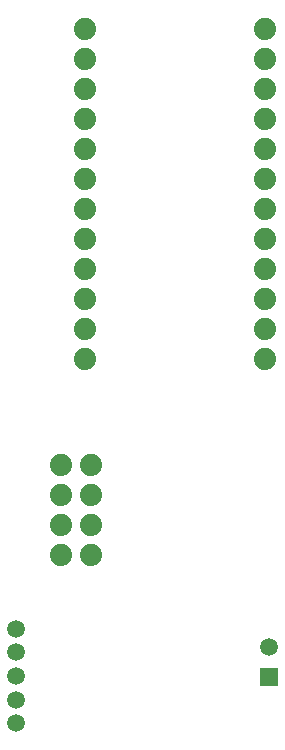
<source format=gtl>
G04 Layer_Physical_Order=1*
G04 Layer_Color=255*
%FSAX24Y24*%
%MOIN*%
G70*
G01*
G75*
%ADD10C,0.0740*%
%ADD11R,0.0591X0.0591*%
%ADD12C,0.0591*%
D10*
X002800Y024800D02*
D03*
Y023800D02*
D03*
Y022800D02*
D03*
Y021800D02*
D03*
Y020800D02*
D03*
Y019800D02*
D03*
Y018800D02*
D03*
Y017800D02*
D03*
Y016800D02*
D03*
Y015800D02*
D03*
Y014800D02*
D03*
Y013800D02*
D03*
X008800Y024800D02*
D03*
Y023800D02*
D03*
Y022800D02*
D03*
Y021800D02*
D03*
Y020800D02*
D03*
Y019800D02*
D03*
Y018800D02*
D03*
Y017800D02*
D03*
Y016800D02*
D03*
Y015800D02*
D03*
Y014800D02*
D03*
Y013800D02*
D03*
X003000Y010250D02*
D03*
Y009250D02*
D03*
Y008250D02*
D03*
Y007250D02*
D03*
X002000Y010250D02*
D03*
Y009250D02*
D03*
Y008250D02*
D03*
Y007250D02*
D03*
D11*
X008950Y003200D02*
D03*
D12*
Y004200D02*
D03*
X000500Y001650D02*
D03*
Y002437D02*
D03*
Y003225D02*
D03*
Y004012D02*
D03*
Y004800D02*
D03*
M02*

</source>
